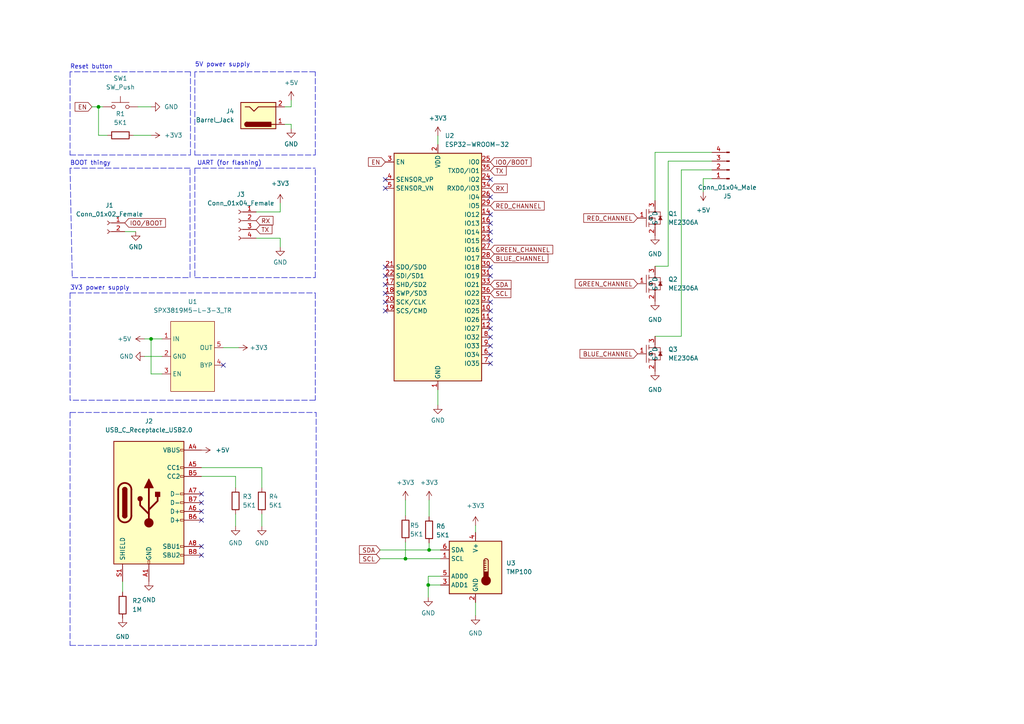
<source format=kicad_sch>
(kicad_sch (version 20211123) (generator eeschema)
  (paper "A4")
  (title_block (title "ESP32 RGB LED controller") (date "September 2022") (company "3nt3"))
  (lib_symbols
    (symbol "Connector:Barrel_Jack" (pin_names (offset 1.016))
      (property "Reference" "J" (at 0 5.334 0))
      (property "Value" "Barrel_Jack" (at 0 -5.08 0))
      (symbol "Barrel_Jack_0_1"
        (rectangle (start -5.08 3.81) (end 5.08 -3.81) (stroke (width 0.254)) (fill (type background)))
        (arc (start -3.302 3.175) (mid -3.937 2.54) (end -3.302 1.905) (stroke (width 0.254)))
        (arc (start -3.302 3.175) (mid -3.937 2.54) (end -3.302 1.905) (stroke (width 0.254)) (fill (type outline)))
        (polyline (pts (xy 5.08 2.54) (xy 3.81 2.54)) (stroke (width 0.254)))
        (polyline (pts (xy -3.81 -2.54) (xy -2.54 -2.54) (xy -1.27 -1.27) (xy 0 -2.54) (xy 2.54 -2.54) (xy 5.08 -2.54)) (stroke (width 0.254)))
        (rectangle (start 3.683 3.175) (end -3.302 1.905) (stroke (width 0.254)) (fill (type outline)))
      )
      (symbol "Barrel_Jack_1_1"
        (pin passive line (at 7.62 2.54 180) (length 2.54) (name "~") (number "1"))
        (pin passive line (at 7.62 -2.54 180) (length 2.54) (name "~") (number "2"))
      )
    )
    (symbol "Connector:Conn_01x02_Female" (pin_names (offset 1.016) hide)
      (property "Reference" "J" (at 0 2.54 0))
      (property "Value" "Conn_01x02_Female" (at 0 -5.08 0))
      (symbol "Conn_01x02_Female_1_1"
        (arc (start 0 -2.032) (mid -0.508 -2.54) (end 0 -3.048) (stroke (width 0.1524)))
        (polyline (pts (xy -1.27 -2.54) (xy -0.508 -2.54)) (stroke (width 0.1524)))
        (polyline (pts (xy -1.27 0) (xy -0.508 0)) (stroke (width 0.1524)))
        (arc (start 0 0.508) (mid -0.508 0) (end 0 -0.508) (stroke (width 0.1524)))
        (pin passive line (at -5.08 0 0) (length 3.81) (name "Pin_1") (number "1"))
        (pin passive line (at -5.08 -2.54 0) (length 3.81) (name "Pin_2") (number "2"))
      )
    )
    (symbol "Connector:Conn_01x04_Female" (pin_names (offset 1.016) hide)
      (property "Reference" "J" (at 0 5.08 0))
      (property "Value" "Conn_01x04_Female" (at 0 -7.62 0))
      (symbol "Conn_01x04_Female_1_1"
        (arc (start 0 -4.572) (mid -0.508 -5.08) (end 0 -5.588) (stroke (width 0.1524)))
        (arc (start 0 -2.032) (mid -0.508 -2.54) (end 0 -3.048) (stroke (width 0.1524)))
        (polyline (pts (xy -1.27 -5.08) (xy -0.508 -5.08)) (stroke (width 0.1524)))
        (polyline (pts (xy -1.27 -2.54) (xy -0.508 -2.54)) (stroke (width 0.1524)))
        (polyline (pts (xy -1.27 0) (xy -0.508 0)) (stroke (width 0.1524)))
        (polyline (pts (xy -1.27 2.54) (xy -0.508 2.54)) (stroke (width 0.1524)))
        (arc (start 0 0.508) (mid -0.508 0) (end 0 -0.508) (stroke (width 0.1524)))
        (arc (start 0 3.048) (mid -0.508 2.54) (end 0 2.032) (stroke (width 0.1524)))
        (pin passive line (at -5.08 2.54 0) (length 3.81) (name "Pin_1") (number "1"))
        (pin passive line (at -5.08 0 0) (length 3.81) (name "Pin_2") (number "2"))
        (pin passive line (at -5.08 -2.54 0) (length 3.81) (name "Pin_3") (number "3"))
        (pin passive line (at -5.08 -5.08 0) (length 3.81) (name "Pin_4") (number "4"))
      )
    )
    (symbol "Connector:Conn_01x04_Male" (pin_names (offset 1.016) hide)
      (property "Reference" "J" (at 0 5.08 0))
      (property "Value" "Conn_01x04_Male" (at 0 -7.62 0))
      (symbol "Conn_01x04_Male_1_1"
        (polyline (pts (xy 1.27 -5.08) (xy 0.8636 -5.08)) (stroke (width 0.1524)))
        (polyline (pts (xy 1.27 -2.54) (xy 0.8636 -2.54)) (stroke (width 0.1524)))
        (polyline (pts (xy 1.27 0) (xy 0.8636 0)) (stroke (width 0.1524)))
        (polyline (pts (xy 1.27 2.54) (xy 0.8636 2.54)) (stroke (width 0.1524)))
        (rectangle (start 0.8636 -4.953) (end 0 -5.207) (stroke (width 0.1524)) (fill (type outline)))
        (rectangle (start 0.8636 -2.413) (end 0 -2.667) (stroke (width 0.1524)) (fill (type outline)))
        (rectangle (start 0.8636 0.127) (end 0 -0.127) (stroke (width 0.1524)) (fill (type outline)))
        (rectangle (start 0.8636 2.667) (end 0 2.413) (stroke (width 0.1524)) (fill (type outline)))
        (pin passive line (at 5.08 2.54 180) (length 3.81) (name "Pin_1") (number "1"))
        (pin passive line (at 5.08 0 180) (length 3.81) (name "Pin_2") (number "2"))
        (pin passive line (at 5.08 -2.54 180) (length 3.81) (name "Pin_3") (number "3"))
        (pin passive line (at 5.08 -5.08 180) (length 3.81) (name "Pin_4") (number "4"))
      )
    )
    (symbol "Connector:USB_C_Receptacle_USB2.0" (pin_names (offset 1.016))
      (property "Reference" "J" (at -10.16 19.05 0))
      (property "Value" "USB_C_Receptacle_USB2.0" (at 19.05 19.05 0))
      (symbol "USB_C_Receptacle_USB2.0_0_0"
        (rectangle (start -0.254 -17.78) (end 0.254 -16.764))
        (rectangle (start 10.16 -14.986) (end 9.144 -15.494))
        (rectangle (start 10.16 -12.446) (end 9.144 -12.954))
        (rectangle (start 10.16 -4.826) (end 9.144 -5.334))
        (rectangle (start 10.16 -2.286) (end 9.144 -2.794))
        (rectangle (start 10.16 0.254) (end 9.144 -0.254))
        (rectangle (start 10.16 2.794) (end 9.144 2.286))
        (rectangle (start 10.16 7.874) (end 9.144 7.366))
        (rectangle (start 10.16 10.414) (end 9.144 9.906))
        (rectangle (start 10.16 15.494) (end 9.144 14.986))
      )
      (symbol "USB_C_Receptacle_USB2.0_0_1"
        (rectangle (start -10.16 17.78) (end 10.16 -17.78) (stroke (width 0.254)) (fill (type background)))
        (arc (start -8.89 -3.81) (mid -6.985 -5.715) (end -5.08 -3.81) (stroke (width 0.508)))
        (arc (start -7.62 -3.81) (mid -6.985 -4.445) (end -6.35 -3.81) (stroke (width 0.254)))
        (arc (start -7.62 -3.81) (mid -6.985 -4.445) (end -6.35 -3.81) (stroke (width 0.254)) (fill (type outline)))
        (rectangle (start -7.62 -3.81) (end -6.35 3.81) (stroke (width 0.254)) (fill (type outline)))
        (arc (start -6.35 3.81) (mid -6.985 4.445) (end -7.62 3.81) (stroke (width 0.254)))
        (arc (start -6.35 3.81) (mid -6.985 4.445) (end -7.62 3.81) (stroke (width 0.254)) (fill (type outline)))
        (arc (start -5.08 3.81) (mid -6.985 5.715) (end -8.89 3.81) (stroke (width 0.508)))
        (circle (center -2.54 1.143) (radius 0.635) (stroke (width 0.254)) (fill (type outline)))
        (circle (center 0 -5.842) (radius 1.27) (fill (type outline)))
        (polyline (pts (xy -8.89 -3.81) (xy -8.89 3.81)) (stroke (width 0.508)))
        (polyline (pts (xy -5.08 3.81) (xy -5.08 -3.81)) (stroke (width 0.508)))
        (polyline (pts (xy 0 -5.842) (xy 0 4.318)) (stroke (width 0.508)))
        (polyline (pts (xy 0 -3.302) (xy -2.54 -0.762) (xy -2.54 0.508)) (stroke (width 0.508)))
        (polyline (pts (xy 0 -2.032) (xy 2.54 0.508) (xy 2.54 1.778)) (stroke (width 0.508)))
        (polyline (pts (xy -1.27 4.318) (xy 0 6.858) (xy 1.27 4.318) (xy -1.27 4.318)) (stroke (width 0.254)) (fill (type outline)))
        (rectangle (start 1.905 1.778) (end 3.175 3.048) (stroke (width 0.254)) (fill (type outline)))
      )
      (symbol "USB_C_Receptacle_USB2.0_1_1"
        (pin passive line (at 0 -22.86 90) (length 5.08) (name "GND") (number "A1"))
        (pin passive line (at 0 -22.86 90) (length 5.08) hide (name "GND") (number "A12"))
        (pin passive line (at 15.24 15.24 180) (length 5.08) (name "VBUS") (number "A4"))
        (pin bidirectional line (at 15.24 10.16 180) (length 5.08) (name "CC1") (number "A5"))
        (pin bidirectional line (at 15.24 -2.54 180) (length 5.08) (name "D+") (number "A6"))
        (pin bidirectional line (at 15.24 2.54 180) (length 5.08) (name "D-") (number "A7"))
        (pin bidirectional line (at 15.24 -12.7 180) (length 5.08) (name "SBU1") (number "A8"))
        (pin passive line (at 15.24 15.24 180) (length 5.08) hide (name "VBUS") (number "A9"))
        (pin passive line (at 0 -22.86 90) (length 5.08) hide (name "GND") (number "B1"))
        (pin passive line (at 0 -22.86 90) (length 5.08) hide (name "GND") (number "B12"))
        (pin passive line (at 15.24 15.24 180) (length 5.08) hide (name "VBUS") (number "B4"))
        (pin bidirectional line (at 15.24 7.62 180) (length 5.08) (name "CC2") (number "B5"))
        (pin bidirectional line (at 15.24 -5.08 180) (length 5.08) (name "D+") (number "B6"))
        (pin bidirectional line (at 15.24 0 180) (length 5.08) (name "D-") (number "B7"))
        (pin bidirectional line (at 15.24 -15.24 180) (length 5.08) (name "SBU2") (number "B8"))
        (pin passive line (at 15.24 15.24 180) (length 5.08) hide (name "VBUS") (number "B9"))
        (pin passive line (at -7.62 -22.86 90) (length 5.08) (name "SHIELD") (number "S1"))
      )
    )
    (symbol "Device:R" (pin_numbers hide) (pin_names (offset 0))
      (property "Reference" "R" (at 2.032 0 90))
      (property "Value" "R" (at 0 0 90))
      (symbol "R_0_1"
        (rectangle (start -1.016 -2.54) (end 1.016 2.54) (stroke (width 0.254)))
      )
      (symbol "R_1_1"
        (pin passive line (at 0 3.81 270) (length 1.27) (name "~") (number "1"))
        (pin passive line (at 0 -3.81 90) (length 1.27) (name "~") (number "2"))
      )
    )
    (symbol "RF_Module:ESP32-WROOM-32"
      (property "Reference" "U" (at -12.7 34.29 0))
      (property "Value" "ESP32-WROOM-32" (at 1.27 34.29 0))
      (symbol "ESP32-WROOM-32_0_1"
        (rectangle (start -12.7 33.02) (end 12.7 -33.02) (stroke (width 0.254)) (fill (type background)))
      )
      (symbol "ESP32-WROOM-32_1_1"
        (pin power_in line (at 0 -35.56 90) (length 2.54) (name "GND") (number "1"))
        (pin bidirectional line (at 15.24 -12.7 180) (length 2.54) (name "IO25") (number "10"))
        (pin bidirectional line (at 15.24 -15.24 180) (length 2.54) (name "IO26") (number "11"))
        (pin bidirectional line (at 15.24 -17.78 180) (length 2.54) (name "IO27") (number "12"))
        (pin bidirectional line (at 15.24 10.16 180) (length 2.54) (name "IO14") (number "13"))
        (pin bidirectional line (at 15.24 15.24 180) (length 2.54) (name "IO12") (number "14"))
        (pin passive line (at 0 -35.56 90) (length 2.54) hide (name "GND") (number "15"))
        (pin bidirectional line (at 15.24 12.7 180) (length 2.54) (name "IO13") (number "16"))
        (pin bidirectional line (at -15.24 -5.08 0) (length 2.54) (name "SHD/SD2") (number "17"))
        (pin bidirectional line (at -15.24 -7.62 0) (length 2.54) (name "SWP/SD3") (number "18"))
        (pin bidirectional line (at -15.24 -12.7 0) (length 2.54) (name "SCS/CMD") (number "19"))
        (pin power_in line (at 0 35.56 270) (length 2.54) (name "VDD") (number "2"))
        (pin bidirectional line (at -15.24 -10.16 0) (length 2.54) (name "SCK/CLK") (number "20"))
        (pin bidirectional line (at -15.24 0 0) (length 2.54) (name "SDO/SD0") (number "21"))
        (pin bidirectional line (at -15.24 -2.54 0) (length 2.54) (name "SDI/SD1") (number "22"))
        (pin bidirectional line (at 15.24 7.62 180) (length 2.54) (name "IO15") (number "23"))
        (pin bidirectional line (at 15.24 25.4 180) (length 2.54) (name "IO2") (number "24"))
        (pin bidirectional line (at 15.24 30.48 180) (length 2.54) (name "IO0") (number "25"))
        (pin bidirectional line (at 15.24 20.32 180) (length 2.54) (name "IO4") (number "26"))
        (pin bidirectional line (at 15.24 5.08 180) (length 2.54) (name "IO16") (number "27"))
        (pin bidirectional line (at 15.24 2.54 180) (length 2.54) (name "IO17") (number "28"))
        (pin bidirectional line (at 15.24 17.78 180) (length 2.54) (name "IO5") (number "29"))
        (pin input line (at -15.24 30.48 0) (length 2.54) (name "EN") (number "3"))
        (pin bidirectional line (at 15.24 0 180) (length 2.54) (name "IO18") (number "30"))
        (pin bidirectional line (at 15.24 -2.54 180) (length 2.54) (name "IO19") (number "31"))
        (pin no_connect line (at -12.7 -27.94 0) (length 2.54) hide (name "NC") (number "32"))
        (pin bidirectional line (at 15.24 -5.08 180) (length 2.54) (name "IO21") (number "33"))
        (pin bidirectional line (at 15.24 22.86 180) (length 2.54) (name "RXD0/IO3") (number "34"))
        (pin bidirectional line (at 15.24 27.94 180) (length 2.54) (name "TXD0/IO1") (number "35"))
        (pin bidirectional line (at 15.24 -7.62 180) (length 2.54) (name "IO22") (number "36"))
        (pin bidirectional line (at 15.24 -10.16 180) (length 2.54) (name "IO23") (number "37"))
        (pin passive line (at 0 -35.56 90) (length 2.54) hide (name "GND") (number "38"))
        (pin passive line (at 0 -35.56 90) (length 2.54) hide (name "GND") (number "39"))
        (pin input line (at -15.24 25.4 0) (length 2.54) (name "SENSOR_VP") (number "4"))
        (pin input line (at -15.24 22.86 0) (length 2.54) (name "SENSOR_VN") (number "5"))
        (pin input line (at 15.24 -25.4 180) (length 2.54) (name "IO34") (number "6"))
        (pin input line (at 15.24 -27.94 180) (length 2.54) (name "IO35") (number "7"))
        (pin bidirectional line (at 15.24 -20.32 180) (length 2.54) (name "IO32") (number "8"))
        (pin bidirectional line (at 15.24 -22.86 180) (length 2.54) (name "IO33") (number "9"))
      )
    )
    (symbol "Sensor_Temperature:TMP100"
      (property "Reference" "U" (at 10.16 6.35 0))
      (property "Value" "TMP100" (at 12.7 3.81 0))
      (symbol "TMP100_0_1"
        (rectangle (start -7.62 7.62) (end 7.62 -7.62) (stroke (width 0.254)) (fill (type background)))
      )
      (symbol "TMP100_1_1"
        (polyline (pts (xy 2.413 -0.635) (xy 3.048 -0.635)) (stroke (width 0.254)))
        (polyline (pts (xy 2.413 0) (xy 3.048 0)) (stroke (width 0.254)))
        (polyline (pts (xy 2.413 0.635) (xy 3.048 0.635)) (stroke (width 0.254)))
        (polyline (pts (xy 2.413 1.27) (xy 3.048 1.27)) (stroke (width 0.254)))
        (polyline (pts (xy 2.413 1.905) (xy 2.413 -1.27)) (stroke (width 0.254)))
        (polyline (pts (xy 2.413 1.905) (xy 3.048 1.905)) (stroke (width 0.254)))
        (polyline (pts (xy 3.683 1.905) (xy 3.683 -1.27)) (stroke (width 0.254)))
        (circle (center 3.048 -3.81) (radius 1.27) (stroke (width 0.254)) (fill (type outline)))
        (rectangle (start 3.683 -3.175) (end 2.413 -1.27) (stroke (width 0.254)) (fill (type outline)))
        (arc (start 3.683 1.905) (mid 3.048 2.54) (end 2.413 1.905) (stroke (width 0.254)))
        (pin input line (at -10.16 2.54 0) (length 2.54) (name "SCL") (number "1"))
        (pin power_in line (at 0 -10.16 90) (length 2.54) (name "GND") (number "2"))
        (pin input line (at -10.16 -5.08 0) (length 2.54) (name "ADD1") (number "3"))
        (pin power_in line (at 0 10.16 270) (length 2.54) (name "V+") (number "4"))
        (pin input line (at -10.16 -2.54 0) (length 2.54) (name "ADD0") (number "5"))
        (pin bidirectional line (at -10.16 5.08 0) (length 2.54) (name "SDA") (number "6"))
      )
    )
    (symbol "Switch:SW_Push" (pin_numbers hide) (pin_names (offset 1.016) hide)
      (property "Reference" "SW" (at 1.27 2.54 0))
      (property "Value" "SW_Push" (at 0 -1.524 0))
      (symbol "SW_Push_0_1"
        (circle (center -2.032 0) (radius 0.508))
        (polyline (pts (xy 0 1.27) (xy 0 3.048)))
        (polyline (pts (xy 2.54 1.27) (xy -2.54 1.27)))
        (circle (center 2.032 0) (radius 0.508))
        (pin passive line (at -5.08 0 0) (length 2.54) (name "1") (number "1"))
        (pin passive line (at 5.08 0 180) (length 2.54) (name "2") (number "2"))
      )
    )
    (symbol "easyeda2kicad:ME2306A"
      (property "Reference" "Q?" (at 6.35 1.2701 0))
      (property "Value" "ME2306A" (at 6.35 -1.2699 0))
      (symbol "ME2306A_0_1"
        (polyline (pts (xy 0 2.54) (xy 0 -2.54)))
        (polyline (pts (xy 0.76 -2.54) (xy 0.76 -1.78)))
        (polyline (pts (xy 0.76 -1.78) (xy 0.76 -1.27)))
        (polyline (pts (xy 0.76 -1.78) (xy 2.54 -1.78)))
        (polyline (pts (xy 0.76 0) (xy 0.76 -0.51)))
        (polyline (pts (xy 0.76 0) (xy 1.78 -0.25)))
        (polyline (pts (xy 0.76 0) (xy 1.78 0.25)))
        (polyline (pts (xy 0.76 0.51) (xy 0.76 0)))
        (polyline (pts (xy 0.76 1.78) (xy 0.76 1.27)))
        (polyline (pts (xy 0.76 2.54) (xy 0.76 1.78)))
        (polyline (pts (xy 1.02 0) (xy 0.76 0)))
        (polyline (pts (xy 1.02 0) (xy 1.78 -0.25)))
        (polyline (pts (xy 1.02 0) (xy 2.54 0)))
        (polyline (pts (xy 1.78 -0.25) (xy 1.27 0)))
        (polyline (pts (xy 1.78 -0.25) (xy 1.78 0.25)))
        (polyline (pts (xy 1.78 0.25) (xy 1.02 0)))
        (polyline (pts (xy 2.54 -1.78) (xy 2.54 -2.54)))
        (polyline (pts (xy 2.54 0) (xy 2.54 -1.78)))
        (polyline (pts (xy 2.54 2.54) (xy 2.54 1.78)))
        (polyline (pts (xy 3.56 -0.51) (xy 4.06 0.51)))
        (polyline (pts (xy 3.81 -0.51) (xy 3.56 -0.51)))
        (polyline (pts (xy 4.06 -1.78) (xy 2.54 -1.78)))
        (polyline (pts (xy 4.06 -0.25) (xy 4.06 -1.78)))
        (polyline (pts (xy 4.06 0) (xy 3.81 -0.51)))
        (polyline (pts (xy 4.06 0) (xy 3.81 -0.25)))
        (polyline (pts (xy 4.06 0) (xy 4.06 0.51)))
        (polyline (pts (xy 4.06 0.51) (xy 3.56 0.51)))
        (polyline (pts (xy 4.06 0.51) (xy 4.57 -0.51)))
        (polyline (pts (xy 4.06 1.78) (xy 4.06 0)))
        (polyline (pts (xy 4.32 -0.51) (xy 3.81 -0.51)))
        (polyline (pts (xy 4.32 -0.51) (xy 4.06 0)))
        (polyline (pts (xy 4.32 -0.25) (xy 4.06 0)))
        (polyline (pts (xy 4.57 -0.51) (xy 4.32 -0.51)))
        (polyline (pts (xy 4.57 0.51) (xy 4.06 0.51)))
        (polyline (pts (xy 0.76 1.78) (xy 4.06 1.78) (xy 4.06 1.78)))
        (circle (center 2.54 -1.78) (radius 0.25))
        (circle (center 2.54 1.78) (radius 0.25))
        (pin unspecified line (at -2.54 0 0) (length 2.54) (name "G") (number "1"))
        (pin unspecified line (at 2.54 -5.08 90) (length 2.54) (name "S") (number "2"))
        (pin unspecified line (at 2.54 5.08 270) (length 2.54) (name "D") (number "3"))
      )
    )
    (symbol "easyeda2kicad:SPX3819M5-L-3-3_TR"
      (property "Reference" "U?" (at 0 10.16 0))
      (property "Value" "SPX3819M5-L-3-3/TR" (at 0 -10.16 0))
      (symbol "SPX3819M5-L-3-3_TR_0_1"
        (rectangle (start -6.35 10.16) (end 6.35 -10.16) (fill (type background)))
        (pin unspecified line (at -8.89 5.08 0) (length 2.54) (name "IN") (number "1"))
        (pin unspecified line (at -8.89 0 0) (length 2.54) (name "GND") (number "2"))
        (pin unspecified line (at -8.89 -5.08 0) (length 2.54) (name "EN") (number "3"))
        (pin unspecified line (at 8.89 -2.54 180) (length 2.54) (name "BYP") (number "4"))
        (pin unspecified line (at 8.89 2.54 180) (length 2.54) (name "OUT") (number "5"))
      )
    )
    (symbol "power:+3V3" (power) (pin_names (offset 0))
      (property "Value" "+3V3" (at 0 3.556 0))
      (symbol "+3V3_0_1"
        (polyline (pts (xy -0.762 1.27) (xy 0 2.54)))
        (polyline (pts (xy 0 0) (xy 0 2.54)))
        (polyline (pts (xy 0 2.54) (xy 0.762 1.27)))
      )
      (symbol "+3V3_1_1"
        (pin power_in line (at 0 0 90) (length 0) hide (name "+3V3") (number "1"))
      )
    )
    (symbol "power:+5V" (power) (pin_names (offset 0))
      (property "Value" "+5V" (at 0 3.556 0))
      (symbol "+5V_0_1"
        (polyline (pts (xy -0.762 1.27) (xy 0 2.54)))
        (polyline (pts (xy 0 0) (xy 0 2.54)))
        (polyline (pts (xy 0 2.54) (xy 0.762 1.27)))
      )
      (symbol "+5V_1_1"
        (pin power_in line (at 0 0 90) (length 0) hide (name "+5V") (number "1"))
      )
    )
    (symbol "power:GND" (power) (pin_names (offset 0))
      (property "Value" "GND" (at 0 -3.81 0))
      (symbol "GND_0_1"
        (polyline (pts (xy 0 0) (xy 0 -1.27) (xy 1.27 -1.27) (xy 0 -2.54) (xy -1.27 -1.27) (xy 0 -1.27)))
      )
      (symbol "GND_1_1"
        (pin power_in line (at 0 0 270) (length 0) hide (name "GND") (number "1"))
      )
    )
  )
  (junction (at 124.46 159.512))
  (junction (at 43.815 98.298))
  (junction (at 117.602 162.052))
  (junction (at 124.206 169.672))
  (junction (at 28.575 30.988))
  (no_connect (at 64.77 105.918))
  (no_connect (at 58.42 148.336))
  (no_connect (at 142.24 69.85))
  (no_connect (at 142.24 52.07))
  (no_connect (at 142.24 57.15))
  (no_connect (at 142.24 62.23))
  (no_connect (at 111.76 54.61))
  (no_connect (at 111.76 82.55))
  (no_connect (at 111.76 52.07))
  (no_connect (at 58.42 143.256))
  (no_connect (at 111.76 77.47))
  (no_connect (at 111.76 85.09))
  (no_connect (at 142.24 67.31))
  (no_connect (at 142.24 90.17))
  (no_connect (at 142.24 105.41))
  (no_connect (at 142.24 64.77))
  (no_connect (at 142.24 80.01))
  (no_connect (at 142.24 77.47))
  (no_connect (at 142.24 87.63))
  (no_connect (at 142.24 92.71))
  (no_connect (at 142.24 95.25))
  (no_connect (at 142.24 97.79))
  (no_connect (at 142.24 100.33))
  (no_connect (at 142.24 102.87))
  (no_connect (at 58.42 150.876))
  (no_connect (at 111.76 87.63))
  (no_connect (at 111.76 80.01))
  (no_connect (at 58.42 145.796))
  (no_connect (at 111.76 90.17))
  (no_connect (at 58.42 158.496))
  (no_connect (at 58.42 161.036))
  (wire (pts (xy 110.236 162.052) (xy 117.602 162.052)))
  (polyline (pts (xy 20.32 84.963) (xy 91.44 84.963)))
  (polyline (pts (xy 56.515 44.958) (xy 91.44 44.958)))
  (wire (pts (xy 124.46 157.48) (xy 124.46 159.512)))
  (polyline (pts (xy 20.32 48.768) (xy 20.955 80.518)))
  (wire (pts (xy 203.962 55.626) (xy 203.962 51.816)))
  (wire (pts (xy 189.992 97.536) (xy 197.612 97.536)))
  (polyline (pts (xy 91.44 20.828) (xy 56.515 20.828)))
  (polyline (pts (xy 91.44 80.518) (xy 91.44 48.768)))
  (wire (pts (xy 31.115 39.243) (xy 28.575 39.243)))
  (polyline (pts (xy 20.955 80.518) (xy 55.118 80.518)))
  (wire (pts (xy 193.802 77.216) (xy 193.802 46.736)))
  (wire (pts (xy 197.612 49.276) (xy 206.502 49.276)))
  (wire (pts (xy 137.922 174.752) (xy 137.922 178.562)))
  (wire (pts (xy 203.962 51.816) (xy 206.502 51.816)))
  (wire (pts (xy 74.295 69.088) (xy 81.28 69.088)))
  (wire (pts (xy 26.67 30.988) (xy 28.575 30.988)))
  (polyline (pts (xy 91.44 116.078) (xy 20.32 116.078)))
  (wire (pts (xy 35.56 168.656) (xy 35.56 171.704)))
  (wire (pts (xy 137.922 152.4) (xy 137.922 154.432)))
  (wire (pts (xy 189.992 77.216) (xy 193.802 77.216)))
  (polyline (pts (xy 20.32 44.958) (xy 55.245 44.958)))
  (wire (pts (xy 68.326 138.176) (xy 68.326 141.478)))
  (wire (pts (xy 36.195 67.183) (xy 39.37 67.183)))
  (wire (pts (xy 117.602 157.226) (xy 117.602 162.052)))
  (wire (pts (xy 117.602 145.034) (xy 117.602 149.606)))
  (wire (pts (xy 124.206 169.672) (xy 124.206 167.132)))
  (wire (pts (xy 41.91 98.298) (xy 43.815 98.298)))
  (wire (pts (xy 84.455 30.988) (xy 82.55 30.988)))
  (polyline (pts (xy 91.694 187.198) (xy 91.694 119.634)))
  (wire (pts (xy 84.455 36.068) (xy 82.55 36.068)))
  (polyline (pts (xy 56.515 80.518) (xy 91.44 80.518)))
  (wire (pts (xy 38.735 39.243) (xy 43.815 39.243)))
  (polyline (pts (xy 20.32 119.634) (xy 20.32 187.198)))
  (wire (pts (xy 81.28 61.468) (xy 81.28 58.928)))
  (polyline (pts (xy 56.515 20.828) (xy 56.515 44.958)))
  (wire (pts (xy 58.42 135.636) (xy 75.946 135.636)))
  (wire (pts (xy 84.455 29.083) (xy 84.455 30.988)))
  (wire (pts (xy 74.295 61.468) (xy 81.28 61.468)))
  (polyline (pts (xy 56.515 48.768) (xy 56.515 80.518)))
  (polyline (pts (xy 56.515 48.768) (xy 91.44 48.768)))
  (wire (pts (xy 124.46 145.034) (xy 124.46 149.86)))
  (wire (pts (xy 75.946 149.098) (xy 75.946 152.654)))
  (polyline (pts (xy 20.32 119.634) (xy 91.694 119.634)))
  (wire (pts (xy 28.575 30.988) (xy 29.845 30.988)))
  (wire (pts (xy 127 113.03) (xy 127 117.475)))
  (wire (pts (xy 64.77 100.838) (xy 69.215 100.838)))
  (wire (pts (xy 68.326 149.098) (xy 68.326 152.654)))
  (wire (pts (xy 124.206 173.228) (xy 124.206 169.672)))
  (polyline (pts (xy 91.44 44.958) (xy 91.44 20.828)))
  (wire (pts (xy 197.612 97.536) (xy 197.612 49.276)))
  (wire (pts (xy 81.28 69.088) (xy 81.28 71.628)))
  (polyline (pts (xy 55.245 20.828) (xy 20.32 20.828)))
  (wire (pts (xy 124.206 167.132) (xy 127.762 167.132)))
  (wire (pts (xy 28.575 39.243) (xy 28.575 30.988)))
  (wire (pts (xy 84.455 37.338) (xy 84.455 36.068)))
  (wire (pts (xy 75.946 135.636) (xy 75.946 141.478)))
  (wire (pts (xy 58.42 138.176) (xy 68.326 138.176)))
  (wire (pts (xy 124.206 169.672) (xy 127.762 169.672)))
  (polyline (pts (xy 91.44 84.963) (xy 91.44 116.078)))
  (wire (pts (xy 40.005 30.988) (xy 43.815 30.988)))
  (wire (pts (xy 193.802 46.736) (xy 206.502 46.736)))
  (polyline (pts (xy 55.118 48.768) (xy 20.32 48.768)))
  (wire (pts (xy 43.815 98.298) (xy 43.815 108.458)))
  (polyline (pts (xy 20.32 20.828) (xy 20.32 44.958)))
  (wire (pts (xy 43.815 108.458) (xy 46.99 108.458)))
  (wire (pts (xy 117.602 162.052) (xy 127.762 162.052)))
  (wire (pts (xy 41.91 103.378) (xy 46.99 103.378)))
  (polyline (pts (xy 55.118 80.518) (xy 55.118 48.768)))
  (polyline (pts (xy 20.32 187.198) (xy 91.694 187.198)))
  (polyline (pts (xy 20.32 84.963) (xy 20.32 116.078)))
  (wire (pts (xy 189.992 44.196) (xy 206.502 44.196)))
  (wire (pts (xy 110.236 159.512) (xy 124.46 159.512)))
  (polyline (pts (xy 55.245 44.958) (xy 55.245 20.828)))
  (wire (pts (xy 124.46 159.512) (xy 127.762 159.512)))
  (wire (pts (xy 127 39.37) (xy 127 41.91)))
  (wire (pts (xy 189.992 58.166) (xy 189.992 44.196)))
  (wire (pts (xy 43.815 98.298) (xy 46.99 98.298)))
  (text "3V3 power supply" (at 20.32 84.328 0) (effects (font (size 1.27 1.27)) (justify left bottom)))
  (text "UART (for flashing)" (at 57.15 48.133 0) (effects (font (size 1.27 1.27)) (justify left bottom)))
  (text "5V power supply\n" (at 56.515 19.558 0) (effects (font (size 1.27 1.27)) (justify left bottom)))
  (text "Reset button\n" (at 20.32 20.193 0) (effects (font (size 1.27 1.27)) (justify left bottom)))
  (text "BOOT thingy\n" (at 20.32 48.133 0) (effects (font (size 1.27 1.27)) (justify left bottom)))
  (global_label "RED_CHANNEL" (shape input) (at 184.912 63.246 180) (property "Intersheet References" "${INTERSHEET_REFS}" (effects hide)))
  (global_label "SDA" (shape input) (at 142.24 82.55 0) (property "Intersheet References" "${INTERSHEET_REFS}" (effects hide)))
  (global_label "EN" (shape input) (at 26.67 30.988 180) (property "Intersheet References" "${INTERSHEET_REFS}" (effects hide)))
  (global_label "SCL" (shape input) (at 142.24 85.09 0) (property "Intersheet References" "${INTERSHEET_REFS}" (effects hide)))
  (global_label "RX" (shape input) (at 142.24 54.61 0) (property "Intersheet References" "${INTERSHEET_REFS}" (effects hide)))
  (global_label "GREEN_CHANNEL" (shape input) (at 142.24 72.39 0) (property "Intersheet References" "${INTERSHEET_REFS}" (effects hide)))
  (global_label "SCL" (shape input) (at 110.236 162.052 180) (property "Intersheet References" "${INTERSHEET_REFS}" (effects hide)))
  (global_label "TX" (shape input) (at 74.295 66.548 0) (property "Intersheet References" "${INTERSHEET_REFS}" (effects hide)))
  (global_label "RED_CHANNEL" (shape input) (at 142.24 59.69 0) (property "Intersheet References" "${INTERSHEET_REFS}" (effects hide)))
  (global_label "IO0{slash}BOOT" (shape input) (at 142.24 46.99 0) (property "Intersheet References" "${INTERSHEET_REFS}" (effects hide)))
  (global_label "EN" (shape input) (at 111.76 46.99 180) (property "Intersheet References" "${INTERSHEET_REFS}" (effects hide)))
  (global_label "BLUE_CHANNEL" (shape input) (at 142.24 74.93 0) (property "Intersheet References" "${INTERSHEET_REFS}" (effects hide)))
  (global_label "RX" (shape input) (at 74.295 64.008 0) (property "Intersheet References" "${INTERSHEET_REFS}" (effects hide)))
  (global_label "IO0{slash}BOOT" (shape input) (at 36.195 64.643 0) (property "Intersheet References" "${INTERSHEET_REFS}" (effects hide)))
  (global_label "GREEN_CHANNEL" (shape input) (at 184.912 82.296 180) (property "Intersheet References" "${INTERSHEET_REFS}" (effects hide)))
  (global_label "BLUE_CHANNEL" (shape input) (at 184.912 102.616 180) (property "Intersheet References" "${INTERSHEET_REFS}" (effects hide)))
  (global_label "SDA" (shape input) (at 110.236 159.512 180) (property "Intersheet References" "${INTERSHEET_REFS}" (effects hide)))
  (global_label "TX" (shape input) (at 142.24 49.53 0) (property "Intersheet References" "${INTERSHEET_REFS}" (effects hide)))
  (symbol (lib_id "Device:R") (at 35.56 175.514 0) (unit 1)
    (property "Reference" "R2" (at 38.354 174.2439 0) (effects (justify left)))
    (property "Value" "1M" (at 38.354 176.7839 0) (effects (justify left)))
    (property "Footprint" "Resistor_SMD:R_2512_6332Metric_Pad1.40x3.35mm_HandSolder" (effects hide))
  )
  (symbol (lib_id "power:GND") (at 43.815 30.988 90) (unit 1)
    (property "Reference" "#PWR06" (effects hide))
    (property "Value" "GND" (at 47.625 30.9879 90) (effects (justify right)))
  )
  (symbol (lib_id "power:+3V3") (at 81.28 58.928 0) (unit 1)
    (property "Reference" "#PWR012" (effects hide))
    (property "Value" "+3V3" (at 81.28 53.213 0))
  )
  (symbol (lib_id "Connector:Conn_01x04_Male") (at 211.582 49.276 180) (unit 1)
    (property "Reference" "J5" (at 210.947 56.896 0))
    (property "Value" "Conn_01x04_Male" (at 210.947 54.356 0))
    (property "Footprint" "Connector_PinHeader_2.00mm:PinHeader_1x04_P2.00mm_Horizontal" (effects hide))
  )
  (symbol (lib_id "power:GND") (at 127 117.475 0) (unit 1)
    (property "Reference" "#PWR020" (effects hide))
    (property "Value" "GND" (at 127 121.92 0))
  )
  (symbol (lib_id "Device:R") (at 117.602 153.416 0) (unit 1)
    (property "Reference" "R5" (at 118.872 152.4 0) (effects (justify left)))
    (property "Value" "5K1" (at 118.872 154.94 0) (effects (justify left)))
    (property "Footprint" "Resistor_SMD:R_0603_1608Metric_Pad0.98x0.95mm_HandSolder" (effects hide))
  )
  (symbol (lib_id "easyeda2kicad:ME2306A") (at 187.452 82.296 0) (unit 1)
    (property "Reference" "Q2" (at 193.802 81.0259 0) (effects (justify left)))
    (property "Value" "ME2306A" (at 193.802 83.5659 0) (effects (justify left)))
    (property "Footprint" "easyeda2kicad:SOT-23_L2.9-W1.3-P1.90-LS2.4-BR" (effects hide))
    (property "Datasheet" "https://lcsc.com/product-detail/MOSFET_ME2306A_C165219.html" (effects hide))
    (property "Manufacturer" "MQTSUKI" (effects hide))
    (property "LCSC Part" "C165219" (effects hide))
    (property "JLC Part" "Extended Part" (effects hide))
  )
  (symbol (lib_id "power:GND") (at 68.326 152.654 0) (unit 1)
    (property "Reference" "#PWR09" (effects hide))
    (property "Value" "GND" (at 68.326 157.48 0))
  )
  (symbol (lib_id "power:GND") (at 189.992 107.696 0) (unit 1)
    (property "Reference" "#PWR025" (effects hide))
    (property "Value" "GND" (at 189.992 113.03 0))
  )
  (symbol (lib_id "easyeda2kicad:ME2306A") (at 187.452 63.246 0) (unit 1)
    (property "Reference" "Q1" (at 193.802 61.9759 0) (effects (justify left)))
    (property "Value" "ME2306A" (at 193.802 64.5159 0) (effects (justify left)))
    (property "Footprint" "easyeda2kicad:SOT-23_L2.9-W1.3-P1.90-LS2.4-BR" (effects hide))
    (property "Datasheet" "https://lcsc.com/product-detail/MOSFET_ME2306A_C165219.html" (effects hide))
    (property "Manufacturer" "MQTSUKI" (effects hide))
    (property "LCSC Part" "C165219" (effects hide))
    (property "JLC Part" "Extended Part" (effects hide))
  )
  (symbol (lib_id "power:+3V3") (at 124.46 145.034 0) (unit 1)
    (property "Reference" "#PWR018" (effects hide))
    (property "Value" "+3V3" (at 124.46 139.954 0))
  )
  (symbol (lib_id "power:+3V3") (at 127 39.37 0) (unit 1)
    (property "Reference" "#PWR019" (effects hide))
    (property "Value" "+3V3" (at 127 34.29 0))
  )
  (symbol (lib_id "power:GND") (at 39.37 67.183 0) (unit 1)
    (property "Reference" "#PWR02" (effects hide))
    (property "Value" "GND" (at 39.37 71.628 0))
  )
  (symbol (lib_id "power:GND") (at 124.206 173.228 0) (unit 1)
    (property "Reference" "#PWR017" (effects hide))
    (property "Value" "GND" (at 124.206 177.8 0))
  )
  (symbol (lib_id "power:GND") (at 137.922 178.562 0) (unit 1)
    (property "Reference" "#PWR022" (effects hide))
    (property "Value" "GND" (at 137.922 183.642 0))
  )
  (symbol (lib_id "power:+5V") (at 41.91 98.298 90) (unit 1)
    (property "Reference" "#PWR03" (effects hide))
    (property "Value" "+5V" (at 38.1 98.2979 90) (effects (justify left)))
  )
  (symbol (lib_id "power:+3V3") (at 69.215 100.838 270) (unit 1)
    (property "Reference" "#PWR010" (effects hide))
    (property "Value" "+3V3" (at 72.39 100.8379 90) (effects (justify left)))
  )
  (symbol (lib_id "Switch:SW_Push") (at 34.925 30.988 0) (unit 1)
    (property "Reference" "SW1" (at 34.925 22.733 0))
    (property "Value" "SW_Push" (at 34.925 25.273 0))
    (property "Footprint" "easyeda2kicad:KEY-SMD_4P-L6.2-W6.5-P4.50-LS8.0_SKHMXX" (effects hide))
  )
  (symbol (lib_id "Connector:Conn_01x04_Female") (at 69.215 64.008 0) (mirror y) (unit 1)
    (property "Reference" "J3" (at 69.85 56.388 0))
    (property "Value" "Conn_01x04_Female" (at 69.85 58.928 0))
    (property "Footprint" "Connector_PinHeader_2.00mm:PinHeader_1x04_P2.00mm_Horizontal" (effects hide))
  )
  (symbol (lib_id "power:GND") (at 189.992 68.326 0) (unit 1)
    (property "Reference" "#PWR023" (effects hide))
    (property "Value" "GND" (at 189.992 73.66 0))
  )
  (symbol (lib_id "Connector:Conn_01x02_Female") (at 31.115 64.643 0) (mirror y) (unit 1)
    (property "Reference" "J1" (at 31.75 59.563 0))
    (property "Value" "Conn_01x02_Female" (at 31.75 62.103 0))
    (property "Footprint" "Connector_PinHeader_1.27mm:PinHeader_1x02_P1.27mm_Vertical" (effects hide))
  )
  (symbol (lib_id "power:+3V3") (at 117.602 145.034 0) (unit 1)
    (property "Reference" "#PWR016" (effects hide))
    (property "Value" "+3V3" (at 117.602 139.954 0))
  )
  (symbol (lib_id "easyeda2kicad:SPX3819M5-L-3-3_TR") (at 55.88 103.378 0) (unit 1)
    (property "Reference" "U1" (at 55.88 87.503 0))
    (property "Value" "SPX3819M5-L-3-3_TR" (at 55.88 90.043 0))
    (property "Footprint" "easyeda2kicad:SOT-23-5_L3.0-W1.7-P0.95-LS2.8-BR" (effects hide))
    (property "Datasheet" "https://lcsc.com/product-detail/Low-Dropout-Regulators-LDO_SIPEX_SPX3819M5-L-3-3-TR_SPX3819M5-L-3-3-TR_C9055.html" (effects hide))
    (property "Manufacturer" "EXAR" (effects hide))
    (property "LCSC Part" "C9055" (effects hide))
    (property "JLC Part" "Extended Part" (effects hide))
  )
  (symbol (lib_id "power:GND") (at 43.18 168.656 0) (unit 1)
    (property "Reference" "#PWR05" (effects hide))
    (property "Value" "GND" (at 43.18 173.99 0))
  )
  (symbol (lib_id "Device:R") (at 124.46 153.67 0) (unit 1)
    (property "Reference" "R6" (at 126.492 152.654 0) (effects (justify left)))
    (property "Value" "5K1" (at 126.492 155.194 0) (effects (justify left)))
    (property "Footprint" "Resistor_SMD:R_0603_1608Metric_Pad0.98x0.95mm_HandSolder" (effects hide))
  )
  (symbol (lib_id "power:GND") (at 84.455 37.338 0) (unit 1)
    (property "Reference" "#PWR015" (effects hide))
    (property "Value" "GND" (at 84.455 41.783 0))
  )
  (symbol (lib_id "Device:R") (at 75.946 145.288 0) (unit 1)
    (property "Reference" "R4" (at 77.978 144.0179 0) (effects (justify left)))
    (property "Value" "5K1" (at 77.978 146.5579 0) (effects (justify left)))
    (property "Footprint" "Resistor_SMD:R_0603_1608Metric_Pad0.98x0.95mm_HandSolder" (effects hide))
  )
  (symbol (lib_id "power:+5V") (at 203.962 55.626 180) (unit 1)
    (property "Reference" "#PWR026" (effects hide))
    (property "Value" "+5V" (at 203.962 60.96 0))
  )
  (symbol (lib_id "power:GND") (at 41.91 103.378 270) (unit 1)
    (property "Reference" "#PWR04" (effects hide))
    (property "Value" "GND" (at 38.735 103.3779 90) (effects (justify right)))
  )
  (symbol (lib_id "power:GND") (at 189.992 87.376 0) (unit 1)
    (property "Reference" "#PWR024" (effects hide))
    (property "Value" "GND" (at 189.992 92.71 0))
  )
  (symbol (lib_id "power:GND") (at 75.946 152.654 0) (unit 1)
    (property "Reference" "#PWR011" (effects hide))
    (property "Value" "GND" (at 75.946 157.48 0))
  )
  (symbol (lib_id "Device:R") (at 68.326 145.288 0) (unit 1)
    (property "Reference" "R3" (at 70.358 144.0179 0) (effects (justify left)))
    (property "Value" "5K1" (at 70.358 146.5579 0) (effects (justify left)))
    (property "Footprint" "Resistor_SMD:R_0603_1608Metric_Pad0.98x0.95mm_HandSolder" (effects hide))
  )
  (symbol (lib_id "Connector:USB_C_Receptacle_USB2.0") (at 43.18 145.796 0) (unit 1)
    (property "Reference" "J2" (at 43.18 122.174 0))
    (property "Value" "USB_C_Receptacle_USB2.0" (at 43.18 124.714 0))
    (property "Footprint" "Connector_USB:USB_C_Receptacle_Palconn_UTC16-G" (effects hide))
    (property "Datasheet" "https://www.usb.org/sites/default/files/documents/usb_type-c.zip" (effects hide))
  )
  (symbol (lib_id "RF_Module:ESP32-WROOM-32") (at 127 77.47 0) (unit 1)
    (property "Reference" "U2" (at 129.0194 39.37 0) (effects (justify left)))
    (property "Value" "ESP32-WROOM-32" (at 129.0194 41.91 0) (effects (justify left)))
    (property "Footprint" "RF_Module:ESP32-WROOM-32" (effects hide))
    (property "Datasheet" "https://www.espressif.com/sites/default/files/documentation/esp32-wroom-32_datasheet_en.pdf" (effects hide))
  )
  (symbol (lib_id "power:+5V") (at 58.42 130.556 270) (unit 1)
    (property "Reference" "#PWR08" (effects hide))
    (property "Value" "+5V" (at 62.484 130.5559 90) (effects (justify left)))
  )
  (symbol (lib_id "easyeda2kicad:ME2306A") (at 187.452 102.616 0) (unit 1)
    (property "Reference" "Q3" (at 193.802 101.3459 0) (effects (justify left)))
    (property "Value" "ME2306A" (at 193.802 103.8859 0) (effects (justify left)))
    (property "Footprint" "easyeda2kicad:SOT-23_L2.9-W1.3-P1.90-LS2.4-BR" (effects hide))
    (property "Datasheet" "https://lcsc.com/product-detail/MOSFET_ME2306A_C165219.html" (effects hide))
    (property "Manufacturer" "MQTSUKI" (effects hide))
    (property "LCSC Part" "C165219" (effects hide))
    (property "JLC Part" "Extended Part" (effects hide))
  )
  (symbol (lib_id "power:GND") (at 35.56 179.324 0) (unit 1)
    (property "Reference" "#PWR01" (effects hide))
    (property "Value" "GND" (at 35.56 184.658 0))
  )
  (symbol (lib_id "power:+3V3") (at 137.922 152.4 0) (unit 1)
    (property "Reference" "#PWR021" (effects hide))
    (property "Value" "+3V3" (at 137.922 146.685 0))
  )
  (symbol (lib_id "Sensor_Temperature:TMP100") (at 137.922 164.592 0) (unit 1)
    (property "Reference" "U3" (at 146.812 163.3219 0) (effects (justify left)))
    (property "Value" "TMP100" (at 146.812 165.8619 0) (effects (justify left)))
    (property "Footprint" "Package_TO_SOT_SMD:SOT-23-6" (effects hide))
    (property "Datasheet" "http://www.ti.com/lit/gpn/tmp100" (effects hide))
  )
  (symbol (lib_id "power:GND") (at 81.28 71.628 0) (unit 1)
    (property "Reference" "#PWR013" (effects hide))
    (property "Value" "GND" (at 81.28 76.073 0))
  )
  (symbol (lib_id "power:+5V") (at 84.455 29.083 0) (unit 1)
    (property "Reference" "#PWR014" (effects hide))
    (property "Value" "+5V" (at 84.455 24.003 0))
  )
  (symbol (lib_id "Device:R") (at 34.925 39.243 90) (unit 1)
    (property "Reference" "R1" (at 34.925 33.02 90))
    (property "Value" "5K1" (at 34.925 35.56 90))
    (property "Footprint" "Resistor_SMD:R_0603_1608Metric_Pad0.98x0.95mm_HandSolder" (effects hide))
  )
  (symbol (lib_id "power:+3V3") (at 43.815 39.243 270) (unit 1)
    (property "Reference" "#PWR07" (effects hide))
    (property "Value" "+3V3" (at 47.625 39.2429 90) (effects (justify left)))
  )
  (symbol (lib_id "Connector:Barrel_Jack") (at 74.93 33.528 0) (mirror x) (unit 1)
    (property "Reference" "J4" (at 67.945 32.2579 0) (effects (justify right)))
    (property "Value" "Barrel_Jack" (at 67.945 34.7979 0) (effects (justify right)))
    (property "Footprint" "Library:DEALON DC-S050-200" (effects hide))
  )
)
</source>
